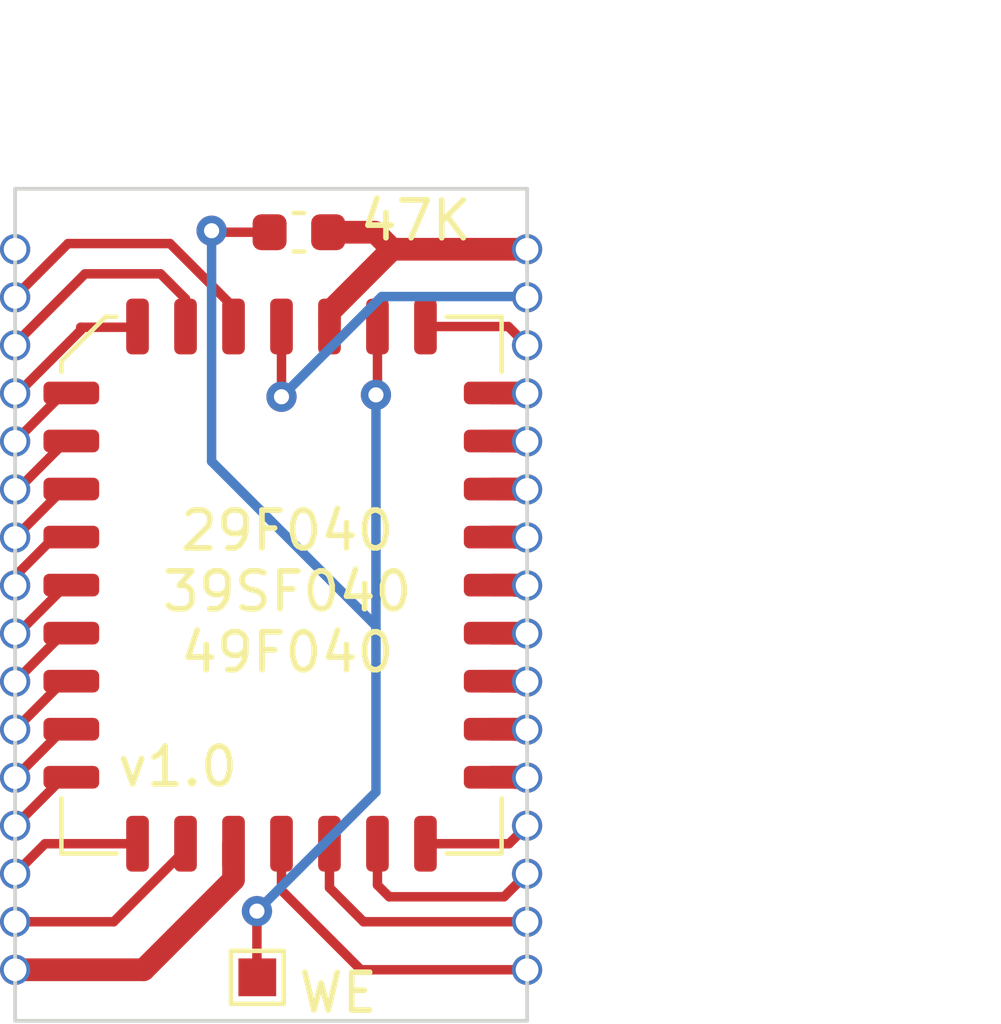
<source format=kicad_pcb>
(kicad_pcb (version 20211014) (generator pcbnew)
  (layers (0 "F.Cu" signal) (31 "B.Cu" signal) (34 "B.Paste" user) (35 "F.Paste" user) (36 "B.SilkS" user "B.Silkscreen") (37 "F.SilkS" user "F.Silkscreen") (38 "B.Mask" user) (39 "F.Mask" user) (44 "Edge.Cuts" user))
  (net 0 "")
  (net 1 "VCC")
  (net 2 "A18")
  (net 3 "A17")
  (net 4 "A14")
  (net 5 "A13")
  (net 6 "A8")
  (net 7 "A9")
  (net 8 "A11")
  (net 9 "/OE")
  (net 10 "A10")
  (net 11 "CE")
  (net 12 "D7")
  (net 13 "D6")
  (net 14 "D5")
  (net 15 "D4")
  (net 16 "D3")
  (net 17 "GND")
  (net 18 "D2")
  (net 19 "D1")
  (net 20 "D0")
  (net 21 "A0")
  (net 22 "A1")
  (net 23 "A2")
  (net 24 "A3")
  (net 25 "A4")
  (net 26 "A5")
  (net 27 "A6")
  (net 28 "A7")
  (net 29 "A12")
  (net 30 "A15")
  (net 31 "A16")
  (net 32 "/OE1")
  (net 33 "/WE")
  (footprint "Package_LCC:PLCC-32_11.4x14.0mm_P1.27mm" (layer "F.Cu") (at 112.9 58.18)
    (fp_text reference "U1" hide)
    (fp_text value "PLCC-32_11.4x14.0mm_P1.27mm" hide)
    (fp_line (start 4.37 -7.095) (end 5.825 -7.095) (layer "F.SilkS") (width 0.12))
    (fp_line (start -4.37 7.095) (end -5.825 7.095) (layer "F.SilkS") (width 0.12))
    (fp_line (start 5.825 -7.095) (end 5.825 -5.64) (layer "F.SilkS") (width 0.12))
    (fp_line (start -5.825 -5.922782) (end -5.825 -5.64) (layer "F.SilkS") (width 0.12))
    (fp_line (start 4.37 7.095) (end 5.825 7.095) (layer "F.SilkS") (width 0.12))
    (fp_line (start -4.37 -7.095) (end -4.652782 -7.095) (layer "F.SilkS") (width 0.12))
    (fp_line (start -4.652782 -7.095) (end -5.825 -5.922782) (layer "F.SilkS") (width 0.12))
    (fp_line (start 5.825 7.095) (end 5.825 5.64) (layer "F.SilkS") (width 0.12))
    (fp_line (start -5.825 7.095) (end -5.825 5.64) (layer "F.SilkS") (width 0.12))
    (pad "1" smd roundrect (at 0 -6.8375) (size 0.6 1.475) (layers "F.Cu" "F.Paste" "F.Mask") (net 2 "A18"))
    (pad "2" smd roundrect (at -1.27 -6.8375) (size 0.6 1.475) (layers "F.Cu" "F.Paste" "F.Mask") (net 31 "A16"))
    (pad "3" smd roundrect (at -2.54 -6.8375) (size 0.6 1.475) (layers "F.Cu" "F.Paste" "F.Mask") (net 30 "A15"))
    (pad "4" smd roundrect (at -3.81 -6.8375) (size 0.6 1.475) (layers "F.Cu" "F.Paste" "F.Mask") (net 29 "A12"))
    (pad "5" smd roundrect (at -5.5625 -5.08) (size 1.475 0.6) (layers "F.Cu" "F.Paste" "F.Mask") (net 28 "A7"))
    (pad "6" smd roundrect (at -5.5625 -3.81) (size 1.475 0.6) (layers "F.Cu" "F.Paste" "F.Mask") (net 27 "A6"))
    (pad "7" smd roundrect (at -5.5625 -2.54) (size 1.475 0.6) (layers "F.Cu" "F.Paste" "F.Mask") (net 26 "A5"))
    (pad "8" smd roundrect (at -5.5625 -1.27) (size 1.475 0.6) (layers "F.Cu" "F.Paste" "F.Mask") (net 25 "A4"))
    (pad "9" smd roundrect (at -5.5625 0) (size 1.475 0.6) (layers "F.Cu" "F.Paste" "F.Mask") (net 24 "A3"))
    (pad "10" smd roundrect (at -5.5625 1.27) (size 1.475 0.6) (layers "F.Cu" "F.Paste" "F.Mask") (net 23 "A2"))
    (pad "11" smd roundrect (at -5.5625 2.54) (size 1.475 0.6) (layers "F.Cu" "F.Paste" "F.Mask") (net 22 "A1"))
    (pad "12" smd roundrect (at -5.5625 3.81) (size 1.475 0.6) (layers "F.Cu" "F.Paste" "F.Mask") (net 21 "A0"))
    (pad "13" smd roundrect (at -5.5625 5.08) (size 1.475 0.6) (layers "F.Cu" "F.Paste" "F.Mask") (net 20 "D0"))
    (pad "14" smd roundrect (at -3.81 6.8375) (size 0.6 1.475) (layers "F.Cu" "F.Paste" "F.Mask") (net 19 "D1"))
    (pad "15" smd roundrect (at -2.54 6.8375) (size 0.6 1.475) (layers "F.Cu" "F.Paste" "F.Mask") (net 18 "D2"))
    (pad "16" smd roundrect (at -1.27 6.8375) (size 0.6 1.475) (layers "F.Cu" "F.Paste" "F.Mask") (net 17 "GND"))
    (pad "17" smd roundrect (at 0 6.8375) (size 0.6 1.475) (layers "F.Cu" "F.Paste" "F.Mask") (net 16 "D3"))
    (pad "18" smd roundrect (at 1.27 6.8375) (size 0.6 1.475) (layers "F.Cu" "F.Paste" "F.Mask") (net 15 "D4"))
    (pad "19" smd roundrect (at 2.54 6.8375) (size 0.6 1.475) (layers "F.Cu" "F.Paste" "F.Mask") (net 14 "D5"))
    (pad "20" smd roundrect (at 3.81 6.8375) (size 0.6 1.475) (layers "F.Cu" "F.Paste" "F.Mask") (net 13 "D6"))
    (pad "21" smd roundrect (at 5.5625 5.08) (size 1.475 0.6) (layers "F.Cu" "F.Paste" "F.Mask") (net 12 "D7"))
    (pad "22" smd roundrect (at 5.5625 3.81) (size 1.475 0.6) (layers "F.Cu" "F.Paste" "F.Mask") (net 11 "CE"))
    (pad "23" smd roundrect (at 5.5625 2.54) (size 1.475 0.6) (layers "F.Cu" "F.Paste" "F.Mask") (net 10 "A10"))
    (pad "24" smd roundrect (at 5.5625 1.27) (size 1.475 0.6) (layers "F.Cu" "F.Paste" "F.Mask") (net 9 "/OE"))
    (pad "25" smd roundrect (at 5.5625 0) (size 1.475 0.6) (layers "F.Cu" "F.Paste" "F.Mask") (net 8 "A11"))
    (pad "26" smd roundrect (at 5.5625 -1.27) (size 1.475 0.6) (layers "F.Cu" "F.Paste" "F.Mask") (net 7 "A9"))
    (pad "27" smd roundrect (at 5.5625 -2.54) (size 1.475 0.6) (layers "F.Cu" "F.Paste" "F.Mask") (net 6 "A8"))
    (pad "28" smd roundrect (at 5.5625 -3.81) (size 1.475 0.6) (layers "F.Cu" "F.Paste" "F.Mask") (net 5 "A13"))
    (pad "29" smd roundrect (at 5.5625 -5.08) (size 1.475 0.6) (layers "F.Cu" "F.Paste" "F.Mask") (net 4 "A14"))
    (pad "30" smd roundrect (at 3.81 -6.8375) (size 0.6 1.475) (layers "F.Cu" "F.Paste" "F.Mask") (net 3 "A17"))
    (pad "31" smd roundrect (at 2.54 -6.8375) (size 0.6 1.475) (layers "F.Cu" "F.Paste" "F.Mask") (net 33 "/WE"))
    (pad "32" smd roundrect (at 1.27 -6.8375) (size 0.6 1.475) (layers "F.Cu" "F.Paste" "F.Mask") (net 1 "VCC"))
  )
  (footprint "TestPoint:TestPoint_Pad_1.0x1.0mm" (layer "F.Cu") (at 112.26 68.55)
    (fp_text reference "REF**" hide)
    (fp_text value "TestPoint_Pad_1.0x1.0mm" hide)
    (fp_line (start 0.7 0.7) (end -0.7 0.7) (layer "F.SilkS") (width 0.12))
    (fp_line (start -0.7 -0.7) (end 0.7 -0.7) (layer "F.SilkS") (width 0.12))
    (fp_line (start 0.7 -0.7) (end 0.7 0.7) (layer "F.SilkS") (width 0.12))
    (fp_line (start -0.7 0.7) (end -0.7 -0.7) (layer "F.SilkS") (width 0.12))
    (pad "1" smd rect (at 0 0) (size 1 1) (layers "F.Cu" "F.Mask") (net 33 "/WE"))
  )
  (footprint "Capacitor_SMD:C_0603_1608Metric" (layer "F.Cu") (at 113.36 48.85)
    (fp_text reference "R1" hide)
    (fp_text value "C_0603_1608Metric" hide)
    (fp_line (start -0.14058 -0.51) (end 0.14058 -0.51) (layer "F.SilkS") (width 0.12))
    (fp_line (start -0.14058 0.51) (end 0.14058 0.51) (layer "F.SilkS") (width 0.12))
    (pad "1" smd roundrect (at -0.775 0) (size 0.9 0.95) (layers "F.Cu" "F.Paste" "F.Mask") (net 33 "/WE"))
    (pad "2" smd roundrect (at 0.775 0) (size 0.9 0.95) (layers "F.Cu" "F.Paste" "F.Mask") (net 1 "VCC"))
  )
  (gr_line (start 105.85 47.7) (end 105.85 69.7) (layer "Edge.Cuts") (width 0.1))
  (gr_line (start 119.4 47.7) (end 119.4 69.7) (layer "Edge.Cuts") (width 0.1))
  (gr_line (start 105.85 69.7) (end 119.4 69.7) (layer "Edge.Cuts") (width 0.1))
  (gr_line (start 105.85 47.7) (end 119.4 47.7) (layer "Edge.Cuts") (width 0.1))
  (gr_text "47K" (at 116.45 48.54) (layer "F.SilkS") (effects (font (size 1 1))))
  (gr_text "v1.0" (at 110.15 62.98) (layer "F.SilkS") (effects (font (size 1 1))))
  (gr_text "29F040\n39SF040\n49F040" (at 113.05 58.35) (layer "F.SilkS") (effects (font (size 1 1))))
  (gr_text "WE" (at 114.4 68.96) (layer "F.SilkS") (effects (font (size 1 1))))
  (segment (start 114.17 51.3625) (end 114.17 50.98) (width 0.25) (layer "F.Cu") (net 1))
  (segment (start 114.17 51.3425) (end 114.17 50.956441) (width 0.6) (layer "F.Cu") (net 1))
  (segment (start 115.826441 49.3) (end 119.09998 49.3) (width 0.6) (layer "F.Cu") (net 1))
  (segment (start 114.17 50.956441) (end 115.826441 49.3) (width 0.6) (layer "F.Cu") (net 1))
  (segment (start 115.376441 48.85) (end 115.826441 49.3) (width 0.6) (layer "F.Cu") (net 1))
  (segment (start 114.135 48.85) (end 115.376441 48.85) (width 0.6) (layer "F.Cu") (net 1))
  (via (at 119.4 49.3) (size 0.8) (drill 0.6) (layers "F.Cu" "B.Cu") (net 1))
  (segment (start 112.9 51.3625) (end 112.9 53.2) (width 0.25) (layer "F.Cu") (net 2))
  (via (at 119.4 50.57) (size 0.8) (drill 0.6) (layers "F.Cu" "B.Cu") (net 2))
  (via (at 112.9 53.2) (size 0.8) (drill 0.4) (layers "F.Cu" "B.Cu") (net 2))
  (segment (start 115.55 50.55) (end 119.27498 50.55) (width 0.25) (layer "B.Cu") (net 2))
  (segment (start 112.9 53.2) (end 115.55 50.55) (width 0.25) (layer "B.Cu") (net 2))
  (segment (start 119.27498 50.55) (end 119.27498 50.57) (width 0.25) (layer "B.Cu") (net 2))
  (segment (start 119.27498 51.71498) (end 119.27498 51.84) (width 0.25) (layer "F.Cu") (net 3))
  (segment (start 116.71 51.3425) (end 118.9025 51.3425) (width 0.25) (layer "F.Cu") (net 3))
  (segment (start 118.9025 51.3425) (end 119.27498 51.71498) (width 0.25) (layer "F.Cu") (net 3))
  (via (at 119.4 51.84) (size 0.8) (drill 0.6) (layers "F.Cu" "B.Cu") (net 3))
  (segment (start 119.09998 53.1) (end 119.09998 53.11) (width 0.6) (layer "F.Cu") (net 4))
  (segment (start 118.4625 53.1) (end 119.09998 53.1) (width 0.6) (layer "F.Cu") (net 4))
  (via (at 119.4 53.11) (size 0.8) (drill 0.6) (layers "F.Cu" "B.Cu") (net 4))
  (segment (start 118.4625 54.37) (end 119.09998 54.37) (width 0.6) (layer "F.Cu") (net 5))
  (segment (start 119.09998 54.37) (end 119.09998 54.38) (width 0.6) (layer "F.Cu") (net 5))
  (via (at 119.4 54.38) (size 0.8) (drill 0.6) (layers "F.Cu" "B.Cu") (net 5))
  (segment (start 118.4625 55.64) (end 119.09998 55.64) (width 0.6) (layer "F.Cu") (net 6))
  (segment (start 119.09998 55.64) (end 119.09998 55.65) (width 0.6) (layer "F.Cu") (net 6))
  (via (at 119.4 55.65) (size 0.8) (drill 0.6) (layers "F.Cu" "B.Cu") (net 6))
  (segment (start 118.4625 56.91) (end 119.09998 56.91) (width 0.6) (layer "F.Cu") (net 7))
  (segment (start 119.09998 56.91) (end 119.09998 56.92) (width 0.6) (layer "F.Cu") (net 7))
  (via (at 119.4 56.92) (size 0.8) (drill 0.6) (layers "F.Cu" "B.Cu") (net 7))
  (segment (start 119.09998 58.18) (end 119.09998 58.19) (width 0.6) (layer "F.Cu") (net 8))
  (segment (start 118.4625 58.18) (end 119.09998 58.18) (width 0.6) (layer "F.Cu") (net 8))
  (via (at 119.4 58.19) (size 0.8) (drill 0.6) (layers "F.Cu" "B.Cu") (net 8))
  (segment (start 119.09998 59.45) (end 119.09998 59.46) (width 0.6) (layer "F.Cu") (net 9))
  (segment (start 118.4625 59.45) (end 119.09998 59.45) (width 0.6) (layer "F.Cu") (net 9))
  (via (at 119.4 59.46) (size 0.8) (drill 0.6) (layers "F.Cu" "B.Cu") (net 9))
  (segment (start 119.09998 60.72) (end 119.09998 60.73) (width 0.6) (layer "F.Cu") (net 10))
  (segment (start 118.4625 60.72) (end 119.09998 60.72) (width 0.6) (layer "F.Cu") (net 10))
  (via (at 119.4 60.73) (size 0.8) (drill 0.6) (layers "F.Cu" "B.Cu") (net 10))
  (segment (start 118.4625 62.01) (end 119.17498 62.01) (width 0.25) (layer "F.Cu") (net 11))
  (segment (start 118.4625 61.99) (end 119.09998 61.99) (width 0.6) (layer "F.Cu") (net 11))
  (segment (start 119.09998 61.99) (end 119.09998 62) (width 0.6) (layer "F.Cu") (net 11))
  (via (at 119.4 62) (size 0.8) (drill 0.6) (layers "F.Cu" "B.Cu") (net 11))
  (segment (start 118.4625 63.26) (end 119.09998 63.26) (width 0.6) (layer "F.Cu") (net 12))
  (segment (start 119.09998 63.26) (end 119.09998 63.27) (width 0.6) (layer "F.Cu") (net 12))
  (via (at 119.4 63.27) (size 0.8) (drill 0.6) (layers "F.Cu" "B.Cu") (net 12))
  (segment (start 118.9225 65.0175) (end 119.27498 64.66502) (width 0.25) (layer "F.Cu") (net 13))
  (segment (start 116.71 65.0175) (end 118.9225 65.0175) (width 0.25) (layer "F.Cu") (net 13))
  (segment (start 119.27498 64.66502) (end 119.27498 64.54) (width 0.25) (layer "F.Cu") (net 13))
  (via (at 119.4 64.54) (size 0.8) (drill 0.6) (layers "F.Cu" "B.Cu") (net 13))
  (segment (start 119.27498 65.93502) (end 119.27498 65.81) (width 0.25) (layer "F.Cu") (net 14))
  (segment (start 115.44 66.11) (end 115.75 66.42) (width 0.25) (layer "F.Cu") (net 14))
  (segment (start 115.44 65.0175) (end 115.44 66.11) (width 0.25) (layer "F.Cu") (net 14))
  (segment (start 115.75 66.42) (end 118.79 66.42) (width 0.25) (layer "F.Cu") (net 14))
  (segment (start 118.79 66.42) (end 119.27498 65.93502) (width 0.25) (layer "F.Cu") (net 14))
  (via (at 119.4 65.81) (size 0.8) (drill 0.6) (layers "F.Cu" "B.Cu") (net 14))
  (segment (start 115.07 67.08) (end 119.27498 67.08) (width 0.25) (layer "F.Cu") (net 15))
  (segment (start 114.17 65.0175) (end 114.17 66.18) (width 0.25) (layer "F.Cu") (net 15))
  (segment (start 114.17 66.18) (end 115.07 67.08) (width 0.25) (layer "F.Cu") (net 15))
  (via (at 119.4 67.08) (size 0.8) (drill 0.6) (layers "F.Cu" "B.Cu") (net 15))
  (segment (start 115 68.35) (end 119.27498 68.35) (width 0.25) (layer "F.Cu") (net 16))
  (segment (start 112.9 66.25) (end 115 68.35) (width 0.25) (layer "F.Cu") (net 16))
  (segment (start 112.9 65.0175) (end 112.9 66.25) (width 0.25) (layer "F.Cu") (net 16))
  (via (at 119.4 68.35) (size 0.8) (drill 0.6) (layers "F.Cu" "B.Cu") (net 16))
  (segment (start 109.25 68.35) (end 106.15002 68.35) (width 0.6) (layer "F.Cu") (net 17))
  (segment (start 111.63 65.97) (end 109.25 68.35) (width 0.6) (layer "F.Cu") (net 17))
  (segment (start 111.63 65.0175) (end 111.63 65.97) (width 0.6) (layer "F.Cu") (net 17))
  (via (at 105.85 68.35) (size 0.8) (drill 0.6) (layers "F.Cu" "B.Cu") (net 17))
  (segment (start 108.46 67.08) (end 105.97502 67.08) (width 0.25) (layer "F.Cu") (net 18))
  (segment (start 110.36 65.0175) (end 110.36 65.18) (width 0.25) (layer "F.Cu") (net 18))
  (segment (start 110.36 65.18) (end 108.46 67.08) (width 0.25) (layer "F.Cu") (net 18))
  (via (at 105.85 67.08) (size 0.8) (drill 0.6) (layers "F.Cu" "B.Cu") (net 18))
  (segment (start 109.09 65.0175) (end 106.6425 65.0175) (width 0.25) (layer "F.Cu") (net 19))
  (segment (start 106.6425 65.0175) (end 105.97502 65.68498) (width 0.25) (layer "F.Cu") (net 19))
  (segment (start 105.97502 65.68498) (end 105.97502 65.81) (width 0.25) (layer "F.Cu") (net 19))
  (via (at 105.85 65.81) (size 0.8) (drill 0.6) (layers "F.Cu" "B.Cu") (net 19))
  (segment (start 105.97502 64.41498) (end 105.97502 64.54) (width 0.25) (layer "F.Cu") (net 20))
  (segment (start 107.09 63.26) (end 107.3375 63.26) (width 0.25) (layer "F.Cu") (net 20))
  (segment (start 107.13 63.26) (end 105.97502 64.41498) (width 0.25) (layer "F.Cu") (net 20))
  (via (at 105.85 64.54) (size 0.8) (drill 0.6) (layers "F.Cu" "B.Cu") (net 20))
  (segment (start 107.11 61.99) (end 107.3375 61.99) (width 0.25) (layer "F.Cu") (net 21))
  (segment (start 107.13 61.99) (end 105.97502 63.14498) (width 0.25) (layer "F.Cu") (net 21))
  (segment (start 105.97502 63.14498) (end 105.97502 63.27) (width 0.25) (layer "F.Cu") (net 21))
  (via (at 105.85 63.27) (size 0.8) (drill 0.6) (layers "F.Cu" "B.Cu") (net 21))
  (segment (start 107.13 60.72) (end 105.97502 61.87498) (width 0.25) (layer "F.Cu") (net 22))
  (segment (start 107.08 60.72) (end 107.3375 60.72) (width 0.25) (layer "F.Cu") (net 22))
  (segment (start 105.97502 61.87498) (end 105.97502 62) (width 0.25) (layer "F.Cu") (net 22))
  (via (at 105.85 62) (size 0.8) (drill 0.6) (layers "F.Cu" "B.Cu") (net 22))
  (segment (start 107.13 59.45) (end 105.97502 60.60498) (width 0.25) (layer "F.Cu") (net 23))
  (segment (start 107.1 59.45) (end 107.3375 59.45) (width 0.25) (layer "F.Cu") (net 23))
  (segment (start 105.97502 60.60498) (end 105.97502 60.73) (width 0.25) (layer "F.Cu") (net 23))
  (via (at 105.85 60.73) (size 0.8) (drill 0.6) (layers "F.Cu" "B.Cu") (net 23))
  (segment (start 107.3375 58.18) (end 107.198928 58.18) (width 0.25) (layer "F.Cu") (net 24))
  (segment (start 107.198928 58.18) (end 105.97502 59.403908) (width 0.25) (layer "F.Cu") (net 24))
  (segment (start 105.97502 59.403908) (end 105.97502 59.46) (width 0.25) (layer "F.Cu") (net 24))
  (via (at 105.85 59.46) (size 0.8) (drill 0.6) (layers "F.Cu" "B.Cu") (net 24))
  (segment (start 107.3375 56.93) (end 107.07 56.93) (width 0.25) (layer "F.Cu") (net 25))
  (segment (start 105.97502 57.819594) (end 105.97502 58.19) (width 0.25) (layer "F.Cu") (net 25))
  (segment (start 107.3375 56.91) (end 106.884614 56.91) (width 0.25) (layer "F.Cu") (net 25))
  (segment (start 106.884614 56.91) (end 105.97502 57.819594) (width 0.25) (layer "F.Cu") (net 25))
  (via (at 105.85 58.19) (size 0.8) (drill 0.6) (layers "F.Cu" "B.Cu") (net 25))
  (segment (start 107.3375 55.64) (end 107.13 55.64) (width 0.25) (layer "F.Cu") (net 26))
  (segment (start 107.13 55.64) (end 105.97502 56.79498) (width 0.25) (layer "F.Cu") (net 26))
  (segment (start 105.97502 56.79498) (end 105.97502 56.92) (width 0.25) (layer "F.Cu") (net 26))
  (segment (start 107.3375 55.66) (end 107.09 55.66) (width 0.25) (layer "F.Cu") (net 26))
  (via (at 105.85 56.92) (size 0.8) (drill 0.6) (layers "F.Cu" "B.Cu") (net 26))
  (segment (start 107.198928 54.37) (end 105.97502 55.593908) (width 0.25) (layer "F.Cu") (net 27))
  (segment (start 107.3375 54.37) (end 107.198928 54.37) (width 0.25) (layer "F.Cu") (net 27))
  (segment (start 105.97502 55.593908) (end 105.97502 55.65) (width 0.25) (layer "F.Cu") (net 27))
  (via (at 105.85 55.65) (size 0.8) (drill 0.6) (layers "F.Cu" "B.Cu") (net 27))
  (segment (start 107.13 53.1) (end 105.97502 54.25498) (width 0.25) (layer "F.Cu") (net 28))
  (segment (start 105.97502 54.25498) (end 105.97502 54.38) (width 0.25) (layer "F.Cu") (net 28))
  (segment (start 105.97502 54.22498) (end 105.97502 54.35) (width 0.25) (layer "F.Cu") (net 28))
  (segment (start 107.3375 53.12) (end 107.08 53.12) (width 0.25) (layer "F.Cu") (net 28))
  (segment (start 107.3375 53.1) (end 107.13 53.1) (width 0.25) (layer "F.Cu") (net 28))
  (via (at 105.85 54.38) (size 0.8) (drill 0.6) (layers "F.Cu" "B.Cu") (net 28))
  (segment (start 107.5875 51.441428) (end 105.97502 53.053908) (width 0.25) (layer "F.Cu") (net 29))
  (segment (start 109.09 51.3625) (end 107.5875 51.3625) (width 0.25) (layer "F.Cu") (net 29))
  (segment (start 105.97502 53.053908) (end 105.97502 53.11) (width 0.25) (layer "F.Cu") (net 29))
  (segment (start 107.5875 51.3625) (end 107.5875 51.441428) (width 0.25) (layer "F.Cu") (net 29))
  (via (at 105.85 53.11) (size 0.8) (drill 0.6) (layers "F.Cu" "B.Cu") (net 29))
  (segment (start 105.97502 51.67498) (end 105.97502 51.84) (width 0.25) (layer "F.Cu") (net 30))
  (segment (start 109.7 49.95) (end 110.36 50.61) (width 0.25) (layer "F.Cu") (net 30))
  (segment (start 110.36 50.61) (end 110.36 51.3625) (width 0.25) (layer "F.Cu") (net 30))
  (segment (start 109.7 49.95) (end 107.7 49.95) (width 0.25) (layer "F.Cu") (net 30))
  (segment (start 107.7 49.95) (end 105.97502 51.67498) (width 0.25) (layer "F.Cu") (net 30))
  (via (at 105.85 51.84) (size 0.8) (drill 0.6) (layers "F.Cu" "B.Cu") (net 30))
  (segment (start 111.63 51.3625) (end 111.63 50.83) (width 0.25) (layer "F.Cu") (net 31))
  (segment (start 109.95 49.15) (end 107.25 49.15) (width 0.25) (layer "F.Cu") (net 31))
  (segment (start 111.63 50.83) (end 109.95 49.15) (width 0.25) (layer "F.Cu") (net 31))
  (segment (start 105.97502 50.42498) (end 105.97502 50.57) (width 0.25) (layer "F.Cu") (net 31))
  (segment (start 107.25 49.15) (end 105.97502 50.42498) (width 0.25) (layer "F.Cu") (net 31))
  (via (at 105.85 50.57) (size 0.8) (drill 0.6) (layers "F.Cu" "B.Cu") (net 31))
  (via (at 105.85 49.3) (size 0.8) (drill 0.6) (layers "F.Cu" "B.Cu") (net 32))
  (segment (start 111.09 48.85) (end 111.05 48.81) (width 0.25) (layer "F.Cu") (net 33))
  (segment (start 115.44 53.11) (end 115.4 53.15) (width 0.25) (layer "F.Cu") (net 33))
  (segment (start 115.44 51.3425) (end 115.44 53.11) (width 0.25) (layer "F.Cu") (net 33))
  (segment (start 112.585 48.85) (end 111.09 48.85) (width 0.25) (layer "F.Cu") (net 33))
  (segment (start 112.25 66.8) (end 112.25 68.54) (width 0.25) (layer "F.Cu") (net 33))
  (segment (start 112.25 68.54) (end 112.26 68.55) (width 0.25) (layer "F.Cu") (net 33))
  (via (at 115.4 53.15) (size 0.8) (drill 0.4) (layers "F.Cu" "B.Cu") (net 33))
  (via (at 112.25 66.8) (size 0.8) (drill 0.4) (layers "F.Cu" "B.Cu") (net 33))
  (via (at 111.05 48.81) (size 0.8) (drill 0.4) (layers "F.Cu" "B.Cu") (net 33))
  (segment (start 111.05 48.81) (end 111.05 54.91) (width 0.25) (layer "B.Cu") (net 33))
  (segment (start 115.4 53.15) (end 115.4 59.35) (width 0.25) (layer "B.Cu") (net 33))
  (segment (start 111.05 54.91) (end 115.4 59.26) (width 0.25) (layer "B.Cu") (net 33))
  (segment (start 115.4 59.35) (end 115.4 63.65) (width 0.25) (layer "B.Cu") (net 33))
  (segment (start 115.4 63.65) (end 112.25 66.8) (width 0.25) (layer "B.Cu") (net 33))
)
</source>
